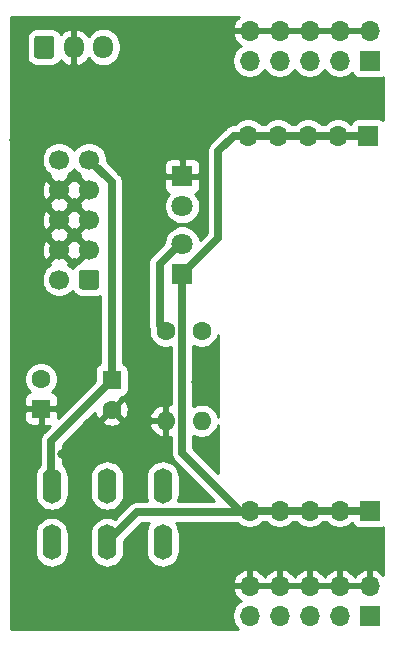
<source format=gbr>
%TF.GenerationSoftware,KiCad,Pcbnew,5.1.9+dfsg1-1~bpo10+1*%
%TF.CreationDate,2022-02-06T15:46:01+08:00*%
%TF.ProjectId,euro2breadboard,6575726f-3262-4726-9561-64626f617264,rev?*%
%TF.SameCoordinates,Original*%
%TF.FileFunction,Copper,L2,Bot*%
%TF.FilePolarity,Positive*%
%FSLAX46Y46*%
G04 Gerber Fmt 4.6, Leading zero omitted, Abs format (unit mm)*
G04 Created by KiCad (PCBNEW 5.1.9+dfsg1-1~bpo10+1) date 2022-02-06 15:46:01*
%MOMM*%
%LPD*%
G01*
G04 APERTURE LIST*
%TA.AperFunction,ComponentPad*%
%ADD10O,1.600000X3.000000*%
%TD*%
%TA.AperFunction,ComponentPad*%
%ADD11C,1.600000*%
%TD*%
%TA.AperFunction,ComponentPad*%
%ADD12R,1.600000X1.600000*%
%TD*%
%TA.AperFunction,ComponentPad*%
%ADD13C,1.700000*%
%TD*%
%TA.AperFunction,ComponentPad*%
%ADD14R,1.700000X1.700000*%
%TD*%
%TA.AperFunction,ComponentPad*%
%ADD15O,1.700000X1.700000*%
%TD*%
%TA.AperFunction,ComponentPad*%
%ADD16O,1.700000X1.950000*%
%TD*%
%TA.AperFunction,ComponentPad*%
%ADD17C,1.800000*%
%TD*%
%TA.AperFunction,ComponentPad*%
%ADD18R,1.800000X1.800000*%
%TD*%
%TA.AperFunction,ComponentPad*%
%ADD19O,1.600000X1.600000*%
%TD*%
%TA.AperFunction,ViaPad*%
%ADD20C,0.800000*%
%TD*%
%TA.AperFunction,Conductor*%
%ADD21C,0.650000*%
%TD*%
%TA.AperFunction,Conductor*%
%ADD22C,0.254000*%
%TD*%
%TA.AperFunction,Conductor*%
%ADD23C,0.100000*%
%TD*%
G04 APERTURE END LIST*
D10*
%TO.P,SW1,2*%
%TO.N,Net-(BB_POWER_PINS1-Pad1)*%
X76200000Y-80425000D03*
%TO.P,SW1,1*%
%TO.N,N/C*%
X80900000Y-80425000D03*
%TO.P,SW1,3*%
%TO.N,+12V*%
X71500000Y-80425000D03*
%TO.P,SW1,5*%
%TO.N,Net-(NEG_12V_LED1-Pad1)*%
X76200000Y-85225000D03*
%TO.P,SW1,4*%
%TO.N,N/C*%
X80900000Y-85225000D03*
%TO.P,SW1,6*%
%TO.N,-12V*%
X71500000Y-85225000D03*
%TD*%
D11*
%TO.P,C1,2*%
%TO.N,GND*%
X76581000Y-74001000D03*
D12*
%TO.P,C1,1*%
%TO.N,+12V*%
X76581000Y-71501000D03*
%TD*%
%TO.P,C2,1*%
%TO.N,GND*%
X70612000Y-73914000D03*
D11*
%TO.P,C2,2*%
%TO.N,-12V*%
X70612000Y-71414000D03*
%TD*%
%TO.P,J2,1*%
%TO.N,-12V*%
%TA.AperFunction,ComponentPad*%
G36*
G01*
X75526000Y-62392000D02*
X75526000Y-63592000D01*
G75*
G02*
X75276000Y-63842000I-250000J0D01*
G01*
X74076000Y-63842000D01*
G75*
G02*
X73826000Y-63592000I0J250000D01*
G01*
X73826000Y-62392000D01*
G75*
G02*
X74076000Y-62142000I250000J0D01*
G01*
X75276000Y-62142000D01*
G75*
G02*
X75526000Y-62392000I0J-250000D01*
G01*
G37*
%TD.AperFunction*%
D13*
%TO.P,J2,3*%
%TO.N,GND*%
X74676000Y-60452000D03*
%TO.P,J2,5*%
X74676000Y-57912000D03*
%TO.P,J2,7*%
X74676000Y-55372000D03*
%TO.P,J2,9*%
%TO.N,+12V*%
X74676000Y-52832000D03*
%TO.P,J2,2*%
%TO.N,-12V*%
X72136000Y-62992000D03*
%TO.P,J2,4*%
%TO.N,GND*%
X72136000Y-60452000D03*
%TO.P,J2,6*%
X72136000Y-57912000D03*
%TO.P,J2,8*%
X72136000Y-55372000D03*
%TO.P,J2,10*%
%TO.N,+12V*%
X72136000Y-52832000D03*
%TD*%
D14*
%TO.P,BB_POWER_PINS1,1*%
%TO.N,Net-(BB_POWER_PINS1-Pad1)*%
X98425000Y-91440000D03*
D15*
%TO.P,BB_POWER_PINS1,2*%
%TO.N,GND*%
X98425000Y-88900000D03*
%TO.P,BB_POWER_PINS1,3*%
%TO.N,Net-(BB_POWER_PINS1-Pad1)*%
X95885000Y-91440000D03*
%TO.P,BB_POWER_PINS1,4*%
%TO.N,GND*%
X95885000Y-88900000D03*
%TO.P,BB_POWER_PINS1,5*%
%TO.N,Net-(BB_POWER_PINS1-Pad1)*%
X93345000Y-91440000D03*
%TO.P,BB_POWER_PINS1,6*%
%TO.N,GND*%
X93345000Y-88900000D03*
%TO.P,BB_POWER_PINS1,7*%
%TO.N,Net-(BB_POWER_PINS1-Pad1)*%
X90805000Y-91440000D03*
%TO.P,BB_POWER_PINS1,8*%
%TO.N,GND*%
X90805000Y-88900000D03*
%TO.P,BB_POWER_PINS1,9*%
%TO.N,Net-(BB_POWER_PINS1-Pad1)*%
X88265000Y-91440000D03*
%TO.P,BB_POWER_PINS1,10*%
%TO.N,GND*%
X88265000Y-88900000D03*
%TD*%
%TO.P,BB_POWER_PINS2,10*%
%TO.N,GND*%
X88265000Y-41910000D03*
%TO.P,BB_POWER_PINS2,9*%
%TO.N,Net-(BB_POWER_PINS1-Pad1)*%
X88265000Y-44450000D03*
%TO.P,BB_POWER_PINS2,8*%
%TO.N,GND*%
X90805000Y-41910000D03*
%TO.P,BB_POWER_PINS2,7*%
%TO.N,Net-(BB_POWER_PINS1-Pad1)*%
X90805000Y-44450000D03*
%TO.P,BB_POWER_PINS2,6*%
%TO.N,GND*%
X93345000Y-41910000D03*
%TO.P,BB_POWER_PINS2,5*%
%TO.N,Net-(BB_POWER_PINS1-Pad1)*%
X93345000Y-44450000D03*
%TO.P,BB_POWER_PINS2,4*%
%TO.N,GND*%
X95885000Y-41910000D03*
%TO.P,BB_POWER_PINS2,3*%
%TO.N,Net-(BB_POWER_PINS1-Pad1)*%
X95885000Y-44450000D03*
%TO.P,BB_POWER_PINS2,2*%
%TO.N,GND*%
X98425000Y-41910000D03*
D14*
%TO.P,BB_POWER_PINS2,1*%
%TO.N,Net-(BB_POWER_PINS1-Pad1)*%
X98425000Y-44450000D03*
%TD*%
%TO.P,J1,1*%
%TO.N,+12V*%
%TA.AperFunction,ComponentPad*%
G36*
G01*
X70016000Y-44032000D02*
X70016000Y-42582000D01*
G75*
G02*
X70266000Y-42332000I250000J0D01*
G01*
X71466000Y-42332000D01*
G75*
G02*
X71716000Y-42582000I0J-250000D01*
G01*
X71716000Y-44032000D01*
G75*
G02*
X71466000Y-44282000I-250000J0D01*
G01*
X70266000Y-44282000D01*
G75*
G02*
X70016000Y-44032000I0J250000D01*
G01*
G37*
%TD.AperFunction*%
D16*
%TO.P,J1,2*%
%TO.N,GND*%
X73366000Y-43307000D03*
%TO.P,J1,3*%
%TO.N,-12V*%
X75866000Y-43307000D03*
%TD*%
D14*
%TO.P,NEG_12V_PINS1,1*%
%TO.N,Net-(NEG_12V_LED1-Pad1)*%
X98298000Y-50800000D03*
D15*
%TO.P,NEG_12V_PINS1,2*%
X95758000Y-50800000D03*
%TO.P,NEG_12V_PINS1,3*%
X93218000Y-50800000D03*
%TO.P,NEG_12V_PINS1,4*%
X90678000Y-50800000D03*
%TO.P,NEG_12V_PINS1,5*%
X88138000Y-50800000D03*
%TD*%
%TO.P,NEG_12V_PINS2,5*%
%TO.N,Net-(NEG_12V_LED1-Pad1)*%
X88265000Y-82550000D03*
%TO.P,NEG_12V_PINS2,4*%
X90805000Y-82550000D03*
%TO.P,NEG_12V_PINS2,3*%
X93345000Y-82550000D03*
%TO.P,NEG_12V_PINS2,2*%
X95885000Y-82550000D03*
D14*
%TO.P,NEG_12V_PINS2,1*%
X98425000Y-82550000D03*
%TD*%
D17*
%TO.P,-12V,2*%
%TO.N,Net-(NEG_12V_LED1-Pad2)*%
X82550000Y-59944000D03*
D18*
%TO.P,-12V,1*%
%TO.N,Net-(NEG_12V_LED1-Pad1)*%
X82550000Y-62484000D03*
%TD*%
%TO.P,+12V,1*%
%TO.N,GND*%
X82550000Y-54229000D03*
D17*
%TO.P,+12V,2*%
%TO.N,Net-(POS_12V_LED1-Pad2)*%
X82550000Y-56769000D03*
%TD*%
D19*
%TO.P,R1,2*%
%TO.N,Net-(BB_POWER_PINS1-Pad1)*%
X84201000Y-74930000D03*
D11*
%TO.P,R1,1*%
%TO.N,Net-(POS_12V_LED1-Pad2)*%
X84201000Y-67310000D03*
%TD*%
%TO.P,R2,1*%
%TO.N,Net-(NEG_12V_LED1-Pad2)*%
X81153000Y-67310000D03*
D19*
%TO.P,R2,2*%
%TO.N,GND*%
X81153000Y-74930000D03*
%TD*%
D20*
%TO.N,GND*%
X79883000Y-43307000D03*
X81534000Y-42545000D03*
X81026000Y-43434000D03*
X84328000Y-43180000D03*
X81153000Y-46228000D03*
X81788000Y-48895000D03*
X82804000Y-47879000D03*
X83947000Y-48006000D03*
X82677000Y-50673000D03*
X80010000Y-51816000D03*
X79375000Y-49657000D03*
X87757000Y-46863000D03*
X87122000Y-47879000D03*
X90170000Y-48006000D03*
X93599000Y-46863000D03*
X93853000Y-47879000D03*
X95885000Y-47625000D03*
X98425000Y-46863000D03*
X98679000Y-48260000D03*
X80899000Y-69723000D03*
X80264000Y-70485000D03*
X81280000Y-72263000D03*
X83693000Y-71628000D03*
X84328000Y-69469000D03*
X74930000Y-76835000D03*
X73787000Y-77851000D03*
X72390000Y-77724000D03*
X77724000Y-88011000D03*
X76835000Y-88900000D03*
X68961000Y-88265000D03*
X71120000Y-88392000D03*
X70866000Y-90043000D03*
X84455000Y-85852000D03*
X83439000Y-87884000D03*
X83185000Y-89281000D03*
X88519000Y-85852000D03*
X89916000Y-86741000D03*
X96393000Y-85598000D03*
X98679000Y-86360000D03*
X97282000Y-86741000D03*
X84582000Y-77851000D03*
X73533000Y-65786000D03*
X73533000Y-66929000D03*
X73533000Y-68326000D03*
X73025000Y-69723000D03*
X70358000Y-53721000D03*
X69342000Y-55118000D03*
X69342000Y-59817000D03*
X69088000Y-62230000D03*
X68326000Y-51181000D03*
X73279000Y-49022000D03*
X73406000Y-49911000D03*
X75184000Y-46863000D03*
%TD*%
D21*
%TO.N,+12V*%
X76581000Y-54737000D02*
X76581000Y-71501000D01*
X74676000Y-52832000D02*
X76581000Y-54737000D01*
X71464999Y-80389999D02*
X71500000Y-80425000D01*
X71464999Y-76617001D02*
X71464999Y-80389999D01*
X76581000Y-71501000D02*
X71464999Y-76617001D01*
%TO.N,Net-(NEG_12V_LED1-Pad2)*%
X82550000Y-59944000D02*
X82344998Y-59944000D01*
X80645000Y-66802000D02*
X81153000Y-67310000D01*
X80645000Y-61643998D02*
X80645000Y-66802000D01*
X82344998Y-59944000D02*
X80645000Y-61643998D01*
%TO.N,Net-(NEG_12V_LED1-Pad1)*%
X85598000Y-52137919D02*
X86935919Y-50800000D01*
X86935919Y-50800000D02*
X98298000Y-50800000D01*
X82550000Y-62484000D02*
X85598000Y-59436000D01*
X85598000Y-59436000D02*
X85598000Y-52137919D01*
X87451814Y-82550000D02*
X88265000Y-82550000D01*
X82550000Y-77648186D02*
X87451814Y-82550000D01*
X82550000Y-62484000D02*
X82550000Y-77648186D01*
X88138000Y-82677000D02*
X88265000Y-82550000D01*
X76200000Y-85225000D02*
X78748000Y-82677000D01*
X78748000Y-82677000D02*
X88138000Y-82677000D01*
X88265000Y-82550000D02*
X98425000Y-82550000D01*
%TD*%
D22*
%TO.N,GND*%
X87264731Y-40812412D02*
X87069822Y-41028645D01*
X86920843Y-41278748D01*
X86823519Y-41553109D01*
X86944186Y-41783000D01*
X88138000Y-41783000D01*
X88138000Y-41763000D01*
X88392000Y-41763000D01*
X88392000Y-41783000D01*
X90678000Y-41783000D01*
X90678000Y-41763000D01*
X90932000Y-41763000D01*
X90932000Y-41783000D01*
X93218000Y-41783000D01*
X93218000Y-41763000D01*
X93472000Y-41763000D01*
X93472000Y-41783000D01*
X95758000Y-41783000D01*
X95758000Y-41763000D01*
X96012000Y-41763000D01*
X96012000Y-41783000D01*
X98298000Y-41783000D01*
X98298000Y-41763000D01*
X98552000Y-41763000D01*
X98552000Y-41783000D01*
X98572000Y-41783000D01*
X98572000Y-42037000D01*
X98552000Y-42037000D01*
X98552000Y-42057000D01*
X98298000Y-42057000D01*
X98298000Y-42037000D01*
X96012000Y-42037000D01*
X96012000Y-42057000D01*
X95758000Y-42057000D01*
X95758000Y-42037000D01*
X93472000Y-42037000D01*
X93472000Y-42057000D01*
X93218000Y-42057000D01*
X93218000Y-42037000D01*
X90932000Y-42037000D01*
X90932000Y-42057000D01*
X90678000Y-42057000D01*
X90678000Y-42037000D01*
X88392000Y-42037000D01*
X88392000Y-42057000D01*
X88138000Y-42057000D01*
X88138000Y-42037000D01*
X86944186Y-42037000D01*
X86823519Y-42266891D01*
X86920843Y-42541252D01*
X87069822Y-42791355D01*
X87264731Y-43007588D01*
X87494406Y-43178900D01*
X87318368Y-43296525D01*
X87111525Y-43503368D01*
X86949010Y-43746589D01*
X86837068Y-44016842D01*
X86780000Y-44303740D01*
X86780000Y-44596260D01*
X86837068Y-44883158D01*
X86949010Y-45153411D01*
X87111525Y-45396632D01*
X87318368Y-45603475D01*
X87561589Y-45765990D01*
X87831842Y-45877932D01*
X88118740Y-45935000D01*
X88411260Y-45935000D01*
X88698158Y-45877932D01*
X88968411Y-45765990D01*
X89211632Y-45603475D01*
X89418475Y-45396632D01*
X89535000Y-45222240D01*
X89651525Y-45396632D01*
X89858368Y-45603475D01*
X90101589Y-45765990D01*
X90371842Y-45877932D01*
X90658740Y-45935000D01*
X90951260Y-45935000D01*
X91238158Y-45877932D01*
X91508411Y-45765990D01*
X91751632Y-45603475D01*
X91958475Y-45396632D01*
X92075000Y-45222240D01*
X92191525Y-45396632D01*
X92398368Y-45603475D01*
X92641589Y-45765990D01*
X92911842Y-45877932D01*
X93198740Y-45935000D01*
X93491260Y-45935000D01*
X93778158Y-45877932D01*
X94048411Y-45765990D01*
X94291632Y-45603475D01*
X94498475Y-45396632D01*
X94615000Y-45222240D01*
X94731525Y-45396632D01*
X94938368Y-45603475D01*
X95181589Y-45765990D01*
X95451842Y-45877932D01*
X95738740Y-45935000D01*
X96031260Y-45935000D01*
X96318158Y-45877932D01*
X96588411Y-45765990D01*
X96831632Y-45603475D01*
X96963487Y-45471620D01*
X96985498Y-45544180D01*
X97044463Y-45654494D01*
X97123815Y-45751185D01*
X97220506Y-45830537D01*
X97330820Y-45889502D01*
X97450518Y-45925812D01*
X97575000Y-45938072D01*
X99275000Y-45938072D01*
X99399482Y-45925812D01*
X99519180Y-45889502D01*
X99568000Y-45863407D01*
X99568000Y-49473222D01*
X99502494Y-49419463D01*
X99392180Y-49360498D01*
X99272482Y-49324188D01*
X99148000Y-49311928D01*
X97448000Y-49311928D01*
X97323518Y-49324188D01*
X97203820Y-49360498D01*
X97093506Y-49419463D01*
X96996815Y-49498815D01*
X96917463Y-49595506D01*
X96858498Y-49705820D01*
X96836487Y-49778380D01*
X96704632Y-49646525D01*
X96461411Y-49484010D01*
X96191158Y-49372068D01*
X95904260Y-49315000D01*
X95611740Y-49315000D01*
X95324842Y-49372068D01*
X95054589Y-49484010D01*
X94811368Y-49646525D01*
X94617893Y-49840000D01*
X94358107Y-49840000D01*
X94164632Y-49646525D01*
X93921411Y-49484010D01*
X93651158Y-49372068D01*
X93364260Y-49315000D01*
X93071740Y-49315000D01*
X92784842Y-49372068D01*
X92514589Y-49484010D01*
X92271368Y-49646525D01*
X92077893Y-49840000D01*
X91818107Y-49840000D01*
X91624632Y-49646525D01*
X91381411Y-49484010D01*
X91111158Y-49372068D01*
X90824260Y-49315000D01*
X90531740Y-49315000D01*
X90244842Y-49372068D01*
X89974589Y-49484010D01*
X89731368Y-49646525D01*
X89537893Y-49840000D01*
X89278107Y-49840000D01*
X89084632Y-49646525D01*
X88841411Y-49484010D01*
X88571158Y-49372068D01*
X88284260Y-49315000D01*
X87991740Y-49315000D01*
X87704842Y-49372068D01*
X87434589Y-49484010D01*
X87191368Y-49646525D01*
X86997893Y-49840000D01*
X86983070Y-49840000D01*
X86935918Y-49835356D01*
X86888766Y-49840000D01*
X86888757Y-49840000D01*
X86747726Y-49853890D01*
X86566765Y-49908784D01*
X86399990Y-49997927D01*
X86302788Y-50077699D01*
X86253812Y-50117893D01*
X86223748Y-50154526D01*
X84952526Y-51425749D01*
X84915894Y-51455812D01*
X84885830Y-51492445D01*
X84885829Y-51492446D01*
X84795927Y-51601991D01*
X84706784Y-51768766D01*
X84651891Y-51949727D01*
X84633356Y-52137919D01*
X84638001Y-52185081D01*
X84638000Y-59038355D01*
X84051576Y-59624780D01*
X84026011Y-59496257D01*
X83910299Y-59216905D01*
X83742312Y-58965495D01*
X83528505Y-58751688D01*
X83277095Y-58583701D01*
X82997743Y-58467989D01*
X82701184Y-58409000D01*
X82398816Y-58409000D01*
X82102257Y-58467989D01*
X81822905Y-58583701D01*
X81571495Y-58751688D01*
X81357688Y-58965495D01*
X81189701Y-59216905D01*
X81073989Y-59496257D01*
X81015000Y-59792816D01*
X81015000Y-59916353D01*
X79999531Y-60931823D01*
X79962893Y-60961891D01*
X79842927Y-61108070D01*
X79753784Y-61274845D01*
X79698890Y-61455806D01*
X79685000Y-61596837D01*
X79685000Y-61596846D01*
X79680356Y-61643998D01*
X79685000Y-61691150D01*
X79685001Y-66754838D01*
X79680356Y-66802000D01*
X79698891Y-66990192D01*
X79731873Y-67098921D01*
X79718000Y-67168665D01*
X79718000Y-67451335D01*
X79773147Y-67728574D01*
X79881320Y-67989727D01*
X80038363Y-68224759D01*
X80238241Y-68424637D01*
X80473273Y-68581680D01*
X80734426Y-68689853D01*
X81011665Y-68745000D01*
X81294335Y-68745000D01*
X81571574Y-68689853D01*
X81590000Y-68682221D01*
X81590001Y-73564776D01*
X81502039Y-73538096D01*
X81280000Y-73660085D01*
X81280000Y-74803000D01*
X81300000Y-74803000D01*
X81300000Y-75057000D01*
X81280000Y-75057000D01*
X81280000Y-76199915D01*
X81502039Y-76321904D01*
X81590001Y-76295224D01*
X81590001Y-77601024D01*
X81585356Y-77648186D01*
X81603891Y-77836378D01*
X81658784Y-78017339D01*
X81747927Y-78184114D01*
X81829128Y-78283057D01*
X81867894Y-78330293D01*
X81904527Y-78360357D01*
X85261169Y-81717000D01*
X82210699Y-81717000D01*
X82232182Y-81676808D01*
X82314236Y-81406309D01*
X82335000Y-81195492D01*
X82335000Y-79654508D01*
X82314236Y-79443691D01*
X82232182Y-79173192D01*
X82098932Y-78923899D01*
X81919608Y-78705392D01*
X81701101Y-78526068D01*
X81451808Y-78392818D01*
X81181309Y-78310764D01*
X80900000Y-78283057D01*
X80618692Y-78310764D01*
X80348193Y-78392818D01*
X80098900Y-78526068D01*
X79880393Y-78705392D01*
X79701069Y-78923899D01*
X79567819Y-79173192D01*
X79485764Y-79443691D01*
X79465000Y-79654508D01*
X79465000Y-81195491D01*
X79485764Y-81406308D01*
X79567818Y-81676807D01*
X79589302Y-81717000D01*
X78795151Y-81717000D01*
X78747999Y-81712356D01*
X78700847Y-81717000D01*
X78700838Y-81717000D01*
X78559807Y-81730890D01*
X78378846Y-81785784D01*
X78212071Y-81874927D01*
X78149716Y-81926101D01*
X78065893Y-81994893D01*
X78035829Y-82031526D01*
X76831788Y-83235568D01*
X76751808Y-83192818D01*
X76481309Y-83110764D01*
X76200000Y-83083057D01*
X75918692Y-83110764D01*
X75648193Y-83192818D01*
X75398900Y-83326068D01*
X75180393Y-83505392D01*
X75001069Y-83723899D01*
X74867819Y-83973192D01*
X74785764Y-84243691D01*
X74765000Y-84454508D01*
X74765000Y-85995491D01*
X74785764Y-86206308D01*
X74867818Y-86476807D01*
X75001068Y-86726100D01*
X75180392Y-86944607D01*
X75398899Y-87123932D01*
X75648192Y-87257182D01*
X75918691Y-87339236D01*
X76200000Y-87366943D01*
X76481308Y-87339236D01*
X76751807Y-87257182D01*
X77001100Y-87123932D01*
X77219607Y-86944608D01*
X77398932Y-86726101D01*
X77532182Y-86476808D01*
X77614236Y-86206309D01*
X77635000Y-85995492D01*
X77635000Y-85147644D01*
X79145645Y-83637000D01*
X79772385Y-83637000D01*
X79701069Y-83723899D01*
X79567819Y-83973192D01*
X79485764Y-84243691D01*
X79465000Y-84454508D01*
X79465000Y-85995491D01*
X79485764Y-86206308D01*
X79567818Y-86476807D01*
X79701068Y-86726100D01*
X79880392Y-86944607D01*
X80098899Y-87123932D01*
X80348192Y-87257182D01*
X80618691Y-87339236D01*
X80900000Y-87366943D01*
X81181308Y-87339236D01*
X81451807Y-87257182D01*
X81701100Y-87123932D01*
X81919607Y-86944608D01*
X82098932Y-86726101D01*
X82232182Y-86476808D01*
X82314236Y-86206309D01*
X82335000Y-85995492D01*
X82335000Y-84454508D01*
X82314236Y-84243691D01*
X82232182Y-83973192D01*
X82098932Y-83723899D01*
X82027616Y-83637000D01*
X87251893Y-83637000D01*
X87318368Y-83703475D01*
X87561589Y-83865990D01*
X87831842Y-83977932D01*
X88118740Y-84035000D01*
X88411260Y-84035000D01*
X88698158Y-83977932D01*
X88968411Y-83865990D01*
X89211632Y-83703475D01*
X89405107Y-83510000D01*
X89664893Y-83510000D01*
X89858368Y-83703475D01*
X90101589Y-83865990D01*
X90371842Y-83977932D01*
X90658740Y-84035000D01*
X90951260Y-84035000D01*
X91238158Y-83977932D01*
X91508411Y-83865990D01*
X91751632Y-83703475D01*
X91945107Y-83510000D01*
X92204893Y-83510000D01*
X92398368Y-83703475D01*
X92641589Y-83865990D01*
X92911842Y-83977932D01*
X93198740Y-84035000D01*
X93491260Y-84035000D01*
X93778158Y-83977932D01*
X94048411Y-83865990D01*
X94291632Y-83703475D01*
X94485107Y-83510000D01*
X94744893Y-83510000D01*
X94938368Y-83703475D01*
X95181589Y-83865990D01*
X95451842Y-83977932D01*
X95738740Y-84035000D01*
X96031260Y-84035000D01*
X96318158Y-83977932D01*
X96588411Y-83865990D01*
X96831632Y-83703475D01*
X96963487Y-83571620D01*
X96985498Y-83644180D01*
X97044463Y-83754494D01*
X97123815Y-83851185D01*
X97220506Y-83930537D01*
X97330820Y-83989502D01*
X97450518Y-84025812D01*
X97575000Y-84038072D01*
X99275000Y-84038072D01*
X99399482Y-84025812D01*
X99519180Y-83989502D01*
X99568000Y-83963407D01*
X99568000Y-87960758D01*
X99425269Y-87802412D01*
X99191920Y-87628359D01*
X98929099Y-87503175D01*
X98781890Y-87458524D01*
X98552000Y-87579845D01*
X98552000Y-88773000D01*
X98572000Y-88773000D01*
X98572000Y-89027000D01*
X98552000Y-89027000D01*
X98552000Y-89047000D01*
X98298000Y-89047000D01*
X98298000Y-89027000D01*
X96012000Y-89027000D01*
X96012000Y-89047000D01*
X95758000Y-89047000D01*
X95758000Y-89027000D01*
X93472000Y-89027000D01*
X93472000Y-89047000D01*
X93218000Y-89047000D01*
X93218000Y-89027000D01*
X90932000Y-89027000D01*
X90932000Y-89047000D01*
X90678000Y-89047000D01*
X90678000Y-89027000D01*
X88392000Y-89027000D01*
X88392000Y-89047000D01*
X88138000Y-89047000D01*
X88138000Y-89027000D01*
X86944186Y-89027000D01*
X86823519Y-89256891D01*
X86920843Y-89531252D01*
X87069822Y-89781355D01*
X87264731Y-89997588D01*
X87494406Y-90168900D01*
X87318368Y-90286525D01*
X87111525Y-90493368D01*
X86949010Y-90736589D01*
X86837068Y-91006842D01*
X86780000Y-91293740D01*
X86780000Y-91586260D01*
X86837068Y-91873158D01*
X86949010Y-92143411D01*
X87111525Y-92386632D01*
X87307893Y-92583000D01*
X68072000Y-92583000D01*
X68072000Y-88543109D01*
X86823519Y-88543109D01*
X86944186Y-88773000D01*
X88138000Y-88773000D01*
X88138000Y-87579845D01*
X88392000Y-87579845D01*
X88392000Y-88773000D01*
X90678000Y-88773000D01*
X90678000Y-87579845D01*
X90932000Y-87579845D01*
X90932000Y-88773000D01*
X93218000Y-88773000D01*
X93218000Y-87579845D01*
X93472000Y-87579845D01*
X93472000Y-88773000D01*
X95758000Y-88773000D01*
X95758000Y-87579845D01*
X96012000Y-87579845D01*
X96012000Y-88773000D01*
X98298000Y-88773000D01*
X98298000Y-87579845D01*
X98068110Y-87458524D01*
X97920901Y-87503175D01*
X97658080Y-87628359D01*
X97424731Y-87802412D01*
X97229822Y-88018645D01*
X97155000Y-88144255D01*
X97080178Y-88018645D01*
X96885269Y-87802412D01*
X96651920Y-87628359D01*
X96389099Y-87503175D01*
X96241890Y-87458524D01*
X96012000Y-87579845D01*
X95758000Y-87579845D01*
X95528110Y-87458524D01*
X95380901Y-87503175D01*
X95118080Y-87628359D01*
X94884731Y-87802412D01*
X94689822Y-88018645D01*
X94615000Y-88144255D01*
X94540178Y-88018645D01*
X94345269Y-87802412D01*
X94111920Y-87628359D01*
X93849099Y-87503175D01*
X93701890Y-87458524D01*
X93472000Y-87579845D01*
X93218000Y-87579845D01*
X92988110Y-87458524D01*
X92840901Y-87503175D01*
X92578080Y-87628359D01*
X92344731Y-87802412D01*
X92149822Y-88018645D01*
X92075000Y-88144255D01*
X92000178Y-88018645D01*
X91805269Y-87802412D01*
X91571920Y-87628359D01*
X91309099Y-87503175D01*
X91161890Y-87458524D01*
X90932000Y-87579845D01*
X90678000Y-87579845D01*
X90448110Y-87458524D01*
X90300901Y-87503175D01*
X90038080Y-87628359D01*
X89804731Y-87802412D01*
X89609822Y-88018645D01*
X89535000Y-88144255D01*
X89460178Y-88018645D01*
X89265269Y-87802412D01*
X89031920Y-87628359D01*
X88769099Y-87503175D01*
X88621890Y-87458524D01*
X88392000Y-87579845D01*
X88138000Y-87579845D01*
X87908110Y-87458524D01*
X87760901Y-87503175D01*
X87498080Y-87628359D01*
X87264731Y-87802412D01*
X87069822Y-88018645D01*
X86920843Y-88268748D01*
X86823519Y-88543109D01*
X68072000Y-88543109D01*
X68072000Y-84454508D01*
X70065000Y-84454508D01*
X70065000Y-85995491D01*
X70085764Y-86206308D01*
X70167818Y-86476807D01*
X70301068Y-86726100D01*
X70480392Y-86944607D01*
X70698899Y-87123932D01*
X70948192Y-87257182D01*
X71218691Y-87339236D01*
X71500000Y-87366943D01*
X71781308Y-87339236D01*
X72051807Y-87257182D01*
X72301100Y-87123932D01*
X72519607Y-86944608D01*
X72698932Y-86726101D01*
X72832182Y-86476808D01*
X72914236Y-86206309D01*
X72935000Y-85995492D01*
X72935000Y-84454508D01*
X72914236Y-84243691D01*
X72832182Y-83973192D01*
X72698932Y-83723899D01*
X72519608Y-83505392D01*
X72301101Y-83326068D01*
X72051808Y-83192818D01*
X71781309Y-83110764D01*
X71500000Y-83083057D01*
X71218692Y-83110764D01*
X70948193Y-83192818D01*
X70698900Y-83326068D01*
X70480393Y-83505392D01*
X70301069Y-83723899D01*
X70167819Y-83973192D01*
X70085764Y-84243691D01*
X70065000Y-84454508D01*
X68072000Y-84454508D01*
X68072000Y-79654508D01*
X70065000Y-79654508D01*
X70065000Y-81195491D01*
X70085764Y-81406308D01*
X70167818Y-81676807D01*
X70301068Y-81926100D01*
X70480392Y-82144607D01*
X70698899Y-82323932D01*
X70948192Y-82457182D01*
X71218691Y-82539236D01*
X71500000Y-82566943D01*
X71781308Y-82539236D01*
X72051807Y-82457182D01*
X72301100Y-82323932D01*
X72519607Y-82144608D01*
X72698932Y-81926101D01*
X72832182Y-81676808D01*
X72914236Y-81406309D01*
X72935000Y-81195492D01*
X72935000Y-79654508D01*
X74765000Y-79654508D01*
X74765000Y-81195491D01*
X74785764Y-81406308D01*
X74867818Y-81676807D01*
X75001068Y-81926100D01*
X75180392Y-82144607D01*
X75398899Y-82323932D01*
X75648192Y-82457182D01*
X75918691Y-82539236D01*
X76200000Y-82566943D01*
X76481308Y-82539236D01*
X76751807Y-82457182D01*
X77001100Y-82323932D01*
X77219607Y-82144608D01*
X77398932Y-81926101D01*
X77532182Y-81676808D01*
X77614236Y-81406309D01*
X77635000Y-81195492D01*
X77635000Y-79654508D01*
X77614236Y-79443691D01*
X77532182Y-79173192D01*
X77398932Y-78923899D01*
X77219608Y-78705392D01*
X77001101Y-78526068D01*
X76751808Y-78392818D01*
X76481309Y-78310764D01*
X76200000Y-78283057D01*
X75918692Y-78310764D01*
X75648193Y-78392818D01*
X75398900Y-78526068D01*
X75180393Y-78705392D01*
X75001069Y-78923899D01*
X74867819Y-79173192D01*
X74785764Y-79443691D01*
X74765000Y-79654508D01*
X72935000Y-79654508D01*
X72914236Y-79443691D01*
X72832182Y-79173192D01*
X72698932Y-78923899D01*
X72519608Y-78705392D01*
X72424999Y-78627748D01*
X72424999Y-77014645D01*
X74445942Y-74993702D01*
X75767903Y-74993702D01*
X75839486Y-75237671D01*
X76094996Y-75358571D01*
X76369184Y-75427300D01*
X76651512Y-75441217D01*
X76931130Y-75399787D01*
X77197292Y-75304603D01*
X77245117Y-75279040D01*
X79761091Y-75279040D01*
X79855930Y-75543881D01*
X80000615Y-75785131D01*
X80189586Y-75993519D01*
X80415580Y-76161037D01*
X80669913Y-76281246D01*
X80803961Y-76321904D01*
X81026000Y-76199915D01*
X81026000Y-75057000D01*
X79882376Y-75057000D01*
X79761091Y-75279040D01*
X77245117Y-75279040D01*
X77322514Y-75237671D01*
X77394097Y-74993702D01*
X76581000Y-74180605D01*
X75767903Y-74993702D01*
X74445942Y-74993702D01*
X75170122Y-74269523D01*
X75182213Y-74351130D01*
X75277397Y-74617292D01*
X75344329Y-74742514D01*
X75588298Y-74814097D01*
X76401395Y-74001000D01*
X76760605Y-74001000D01*
X77573702Y-74814097D01*
X77817671Y-74742514D01*
X77894113Y-74580960D01*
X79761091Y-74580960D01*
X79882376Y-74803000D01*
X81026000Y-74803000D01*
X81026000Y-73660085D01*
X80803961Y-73538096D01*
X80669913Y-73578754D01*
X80415580Y-73698963D01*
X80189586Y-73866481D01*
X80000615Y-74074869D01*
X79855930Y-74316119D01*
X79761091Y-74580960D01*
X77894113Y-74580960D01*
X77938571Y-74487004D01*
X78007300Y-74212816D01*
X78021217Y-73930488D01*
X77979787Y-73650870D01*
X77884603Y-73384708D01*
X77817671Y-73259486D01*
X77573702Y-73187903D01*
X76760605Y-74001000D01*
X76401395Y-74001000D01*
X76387253Y-73986858D01*
X76566858Y-73807253D01*
X76581000Y-73821395D01*
X77394097Y-73008298D01*
X77373785Y-72939072D01*
X77381000Y-72939072D01*
X77505482Y-72926812D01*
X77625180Y-72890502D01*
X77735494Y-72831537D01*
X77832185Y-72752185D01*
X77911537Y-72655494D01*
X77970502Y-72545180D01*
X78006812Y-72425482D01*
X78019072Y-72301000D01*
X78019072Y-70701000D01*
X78006812Y-70576518D01*
X77970502Y-70456820D01*
X77911537Y-70346506D01*
X77832185Y-70249815D01*
X77735494Y-70170463D01*
X77625180Y-70111498D01*
X77541000Y-70085962D01*
X77541000Y-55129000D01*
X81011928Y-55129000D01*
X81024188Y-55253482D01*
X81060498Y-55373180D01*
X81119463Y-55483494D01*
X81198815Y-55580185D01*
X81295506Y-55659537D01*
X81405820Y-55718502D01*
X81424127Y-55724056D01*
X81357688Y-55790495D01*
X81189701Y-56041905D01*
X81073989Y-56321257D01*
X81015000Y-56617816D01*
X81015000Y-56920184D01*
X81073989Y-57216743D01*
X81189701Y-57496095D01*
X81357688Y-57747505D01*
X81571495Y-57961312D01*
X81822905Y-58129299D01*
X82102257Y-58245011D01*
X82398816Y-58304000D01*
X82701184Y-58304000D01*
X82997743Y-58245011D01*
X83277095Y-58129299D01*
X83528505Y-57961312D01*
X83742312Y-57747505D01*
X83910299Y-57496095D01*
X84026011Y-57216743D01*
X84085000Y-56920184D01*
X84085000Y-56617816D01*
X84026011Y-56321257D01*
X83910299Y-56041905D01*
X83742312Y-55790495D01*
X83675873Y-55724056D01*
X83694180Y-55718502D01*
X83804494Y-55659537D01*
X83901185Y-55580185D01*
X83980537Y-55483494D01*
X84039502Y-55373180D01*
X84075812Y-55253482D01*
X84088072Y-55129000D01*
X84085000Y-54514750D01*
X83926250Y-54356000D01*
X82677000Y-54356000D01*
X82677000Y-54376000D01*
X82423000Y-54376000D01*
X82423000Y-54356000D01*
X81173750Y-54356000D01*
X81015000Y-54514750D01*
X81011928Y-55129000D01*
X77541000Y-55129000D01*
X77541000Y-54784160D01*
X77545645Y-54737000D01*
X77541000Y-54689838D01*
X77527110Y-54548807D01*
X77472216Y-54367846D01*
X77445038Y-54317000D01*
X77383073Y-54201071D01*
X77293171Y-54091526D01*
X77263107Y-54054893D01*
X77226474Y-54024829D01*
X76530645Y-53329000D01*
X81011928Y-53329000D01*
X81015000Y-53943250D01*
X81173750Y-54102000D01*
X82423000Y-54102000D01*
X82423000Y-52852750D01*
X82677000Y-52852750D01*
X82677000Y-54102000D01*
X83926250Y-54102000D01*
X84085000Y-53943250D01*
X84088072Y-53329000D01*
X84075812Y-53204518D01*
X84039502Y-53084820D01*
X83980537Y-52974506D01*
X83901185Y-52877815D01*
X83804494Y-52798463D01*
X83694180Y-52739498D01*
X83574482Y-52703188D01*
X83450000Y-52690928D01*
X82835750Y-52694000D01*
X82677000Y-52852750D01*
X82423000Y-52852750D01*
X82264250Y-52694000D01*
X81650000Y-52690928D01*
X81525518Y-52703188D01*
X81405820Y-52739498D01*
X81295506Y-52798463D01*
X81198815Y-52877815D01*
X81119463Y-52974506D01*
X81060498Y-53084820D01*
X81024188Y-53204518D01*
X81011928Y-53329000D01*
X76530645Y-53329000D01*
X76161000Y-52959356D01*
X76161000Y-52685740D01*
X76103932Y-52398842D01*
X75991990Y-52128589D01*
X75829475Y-51885368D01*
X75622632Y-51678525D01*
X75379411Y-51516010D01*
X75109158Y-51404068D01*
X74822260Y-51347000D01*
X74529740Y-51347000D01*
X74242842Y-51404068D01*
X73972589Y-51516010D01*
X73729368Y-51678525D01*
X73522525Y-51885368D01*
X73406000Y-52059760D01*
X73289475Y-51885368D01*
X73082632Y-51678525D01*
X72839411Y-51516010D01*
X72569158Y-51404068D01*
X72282260Y-51347000D01*
X71989740Y-51347000D01*
X71702842Y-51404068D01*
X71432589Y-51516010D01*
X71189368Y-51678525D01*
X70982525Y-51885368D01*
X70820010Y-52128589D01*
X70708068Y-52398842D01*
X70651000Y-52685740D01*
X70651000Y-52978260D01*
X70708068Y-53265158D01*
X70820010Y-53535411D01*
X70982525Y-53778632D01*
X71189368Y-53985475D01*
X71362729Y-54101311D01*
X71287208Y-54343603D01*
X72136000Y-55192395D01*
X72984792Y-54343603D01*
X72909271Y-54101311D01*
X73082632Y-53985475D01*
X73289475Y-53778632D01*
X73406000Y-53604240D01*
X73522525Y-53778632D01*
X73729368Y-53985475D01*
X73902729Y-54101311D01*
X73827208Y-54343603D01*
X74676000Y-55192395D01*
X74690143Y-55178253D01*
X74869748Y-55357858D01*
X74855605Y-55372000D01*
X74869748Y-55386143D01*
X74690143Y-55565748D01*
X74676000Y-55551605D01*
X73827208Y-56400397D01*
X73902514Y-56642000D01*
X73827208Y-56883603D01*
X74676000Y-57732395D01*
X74690143Y-57718253D01*
X74869748Y-57897858D01*
X74855605Y-57912000D01*
X74869748Y-57926143D01*
X74690143Y-58105748D01*
X74676000Y-58091605D01*
X73827208Y-58940397D01*
X73902514Y-59182000D01*
X73827208Y-59423603D01*
X74676000Y-60272395D01*
X74690143Y-60258253D01*
X74869748Y-60437858D01*
X74855605Y-60452000D01*
X74869748Y-60466143D01*
X74690143Y-60645748D01*
X74676000Y-60631605D01*
X73827208Y-61480397D01*
X73845293Y-61538420D01*
X73736150Y-61571528D01*
X73582614Y-61653595D01*
X73448038Y-61764038D01*
X73337595Y-61898614D01*
X73269715Y-62025608D01*
X73082632Y-61838525D01*
X72909271Y-61722689D01*
X72984792Y-61480397D01*
X72136000Y-60631605D01*
X71287208Y-61480397D01*
X71362729Y-61722689D01*
X71189368Y-61838525D01*
X70982525Y-62045368D01*
X70820010Y-62288589D01*
X70708068Y-62558842D01*
X70651000Y-62845740D01*
X70651000Y-63138260D01*
X70708068Y-63425158D01*
X70820010Y-63695411D01*
X70982525Y-63938632D01*
X71189368Y-64145475D01*
X71432589Y-64307990D01*
X71702842Y-64419932D01*
X71989740Y-64477000D01*
X72282260Y-64477000D01*
X72569158Y-64419932D01*
X72839411Y-64307990D01*
X73082632Y-64145475D01*
X73269715Y-63958392D01*
X73337595Y-64085386D01*
X73448038Y-64219962D01*
X73582614Y-64330405D01*
X73736150Y-64412472D01*
X73902746Y-64463008D01*
X74076000Y-64480072D01*
X75276000Y-64480072D01*
X75449254Y-64463008D01*
X75615850Y-64412472D01*
X75621001Y-64409719D01*
X75621001Y-70085962D01*
X75536820Y-70111498D01*
X75426506Y-70170463D01*
X75329815Y-70249815D01*
X75250463Y-70346506D01*
X75191498Y-70456820D01*
X75155188Y-70576518D01*
X75142928Y-70701000D01*
X75142928Y-71581427D01*
X72049836Y-74674520D01*
X72047000Y-74199750D01*
X71888250Y-74041000D01*
X70739000Y-74041000D01*
X70739000Y-75190250D01*
X70897750Y-75349000D01*
X71372520Y-75351836D01*
X70819530Y-75904826D01*
X70782892Y-75934894D01*
X70662926Y-76081073D01*
X70573783Y-76247848D01*
X70518889Y-76428809D01*
X70504999Y-76569840D01*
X70504999Y-76569849D01*
X70500355Y-76617001D01*
X70504999Y-76664153D01*
X70505000Y-78685198D01*
X70480393Y-78705392D01*
X70301069Y-78923899D01*
X70167819Y-79173192D01*
X70085764Y-79443691D01*
X70065000Y-79654508D01*
X68072000Y-79654508D01*
X68072000Y-74714000D01*
X69173928Y-74714000D01*
X69186188Y-74838482D01*
X69222498Y-74958180D01*
X69281463Y-75068494D01*
X69360815Y-75165185D01*
X69457506Y-75244537D01*
X69567820Y-75303502D01*
X69687518Y-75339812D01*
X69812000Y-75352072D01*
X70326250Y-75349000D01*
X70485000Y-75190250D01*
X70485000Y-74041000D01*
X69335750Y-74041000D01*
X69177000Y-74199750D01*
X69173928Y-74714000D01*
X68072000Y-74714000D01*
X68072000Y-73114000D01*
X69173928Y-73114000D01*
X69177000Y-73628250D01*
X69335750Y-73787000D01*
X70485000Y-73787000D01*
X70485000Y-73767000D01*
X70739000Y-73767000D01*
X70739000Y-73787000D01*
X71888250Y-73787000D01*
X72047000Y-73628250D01*
X72050072Y-73114000D01*
X72037812Y-72989518D01*
X72001502Y-72869820D01*
X71942537Y-72759506D01*
X71863185Y-72662815D01*
X71766494Y-72583463D01*
X71656180Y-72524498D01*
X71560057Y-72495339D01*
X71726637Y-72328759D01*
X71883680Y-72093727D01*
X71991853Y-71832574D01*
X72047000Y-71555335D01*
X72047000Y-71272665D01*
X71991853Y-70995426D01*
X71883680Y-70734273D01*
X71726637Y-70499241D01*
X71526759Y-70299363D01*
X71291727Y-70142320D01*
X71030574Y-70034147D01*
X70753335Y-69979000D01*
X70470665Y-69979000D01*
X70193426Y-70034147D01*
X69932273Y-70142320D01*
X69697241Y-70299363D01*
X69497363Y-70499241D01*
X69340320Y-70734273D01*
X69232147Y-70995426D01*
X69177000Y-71272665D01*
X69177000Y-71555335D01*
X69232147Y-71832574D01*
X69340320Y-72093727D01*
X69497363Y-72328759D01*
X69663943Y-72495339D01*
X69567820Y-72524498D01*
X69457506Y-72583463D01*
X69360815Y-72662815D01*
X69281463Y-72759506D01*
X69222498Y-72869820D01*
X69186188Y-72989518D01*
X69173928Y-73114000D01*
X68072000Y-73114000D01*
X68072000Y-60520531D01*
X70645389Y-60520531D01*
X70687401Y-60810019D01*
X70785081Y-61085747D01*
X70858528Y-61223157D01*
X71107603Y-61300792D01*
X71956395Y-60452000D01*
X72315605Y-60452000D01*
X73164397Y-61300792D01*
X73406000Y-61225486D01*
X73647603Y-61300792D01*
X74496395Y-60452000D01*
X73647603Y-59603208D01*
X73406000Y-59678514D01*
X73164397Y-59603208D01*
X72315605Y-60452000D01*
X71956395Y-60452000D01*
X71107603Y-59603208D01*
X70858528Y-59680843D01*
X70732629Y-59944883D01*
X70660661Y-60228411D01*
X70645389Y-60520531D01*
X68072000Y-60520531D01*
X68072000Y-58940397D01*
X71287208Y-58940397D01*
X71362514Y-59182000D01*
X71287208Y-59423603D01*
X72136000Y-60272395D01*
X72984792Y-59423603D01*
X72909486Y-59182000D01*
X72984792Y-58940397D01*
X72136000Y-58091605D01*
X71287208Y-58940397D01*
X68072000Y-58940397D01*
X68072000Y-57980531D01*
X70645389Y-57980531D01*
X70687401Y-58270019D01*
X70785081Y-58545747D01*
X70858528Y-58683157D01*
X71107603Y-58760792D01*
X71956395Y-57912000D01*
X72315605Y-57912000D01*
X73164397Y-58760792D01*
X73406000Y-58685486D01*
X73647603Y-58760792D01*
X74496395Y-57912000D01*
X73647603Y-57063208D01*
X73406000Y-57138514D01*
X73164397Y-57063208D01*
X72315605Y-57912000D01*
X71956395Y-57912000D01*
X71107603Y-57063208D01*
X70858528Y-57140843D01*
X70732629Y-57404883D01*
X70660661Y-57688411D01*
X70645389Y-57980531D01*
X68072000Y-57980531D01*
X68072000Y-56400397D01*
X71287208Y-56400397D01*
X71362514Y-56642000D01*
X71287208Y-56883603D01*
X72136000Y-57732395D01*
X72984792Y-56883603D01*
X72909486Y-56642000D01*
X72984792Y-56400397D01*
X72136000Y-55551605D01*
X71287208Y-56400397D01*
X68072000Y-56400397D01*
X68072000Y-55440531D01*
X70645389Y-55440531D01*
X70687401Y-55730019D01*
X70785081Y-56005747D01*
X70858528Y-56143157D01*
X71107603Y-56220792D01*
X71956395Y-55372000D01*
X72315605Y-55372000D01*
X73164397Y-56220792D01*
X73406000Y-56145486D01*
X73647603Y-56220792D01*
X74496395Y-55372000D01*
X73647603Y-54523208D01*
X73406000Y-54598514D01*
X73164397Y-54523208D01*
X72315605Y-55372000D01*
X71956395Y-55372000D01*
X71107603Y-54523208D01*
X70858528Y-54600843D01*
X70732629Y-54864883D01*
X70660661Y-55148411D01*
X70645389Y-55440531D01*
X68072000Y-55440531D01*
X68072000Y-42582000D01*
X69377928Y-42582000D01*
X69377928Y-44032000D01*
X69394992Y-44205254D01*
X69445528Y-44371850D01*
X69527595Y-44525386D01*
X69638038Y-44659962D01*
X69772614Y-44770405D01*
X69926150Y-44852472D01*
X70092746Y-44903008D01*
X70266000Y-44920072D01*
X71466000Y-44920072D01*
X71639254Y-44903008D01*
X71805850Y-44852472D01*
X71959386Y-44770405D01*
X72093962Y-44659962D01*
X72204405Y-44525386D01*
X72260714Y-44420039D01*
X72276951Y-44441429D01*
X72494807Y-44634496D01*
X72746142Y-44781352D01*
X73009110Y-44873476D01*
X73239000Y-44752155D01*
X73239000Y-43434000D01*
X73219000Y-43434000D01*
X73219000Y-43180000D01*
X73239000Y-43180000D01*
X73239000Y-41861845D01*
X73493000Y-41861845D01*
X73493000Y-43180000D01*
X73513000Y-43180000D01*
X73513000Y-43434000D01*
X73493000Y-43434000D01*
X73493000Y-44752155D01*
X73722890Y-44873476D01*
X73985858Y-44781352D01*
X74237193Y-44634496D01*
X74455049Y-44441429D01*
X74611538Y-44235278D01*
X74625294Y-44261014D01*
X74810866Y-44487134D01*
X75036987Y-44672706D01*
X75294967Y-44810599D01*
X75574890Y-44895513D01*
X75866000Y-44924185D01*
X76157111Y-44895513D01*
X76437034Y-44810599D01*
X76695014Y-44672706D01*
X76921134Y-44487134D01*
X77106706Y-44261014D01*
X77244599Y-44003033D01*
X77329513Y-43723110D01*
X77351000Y-43504949D01*
X77351000Y-43109050D01*
X77329513Y-42890889D01*
X77244599Y-42610966D01*
X77106706Y-42352986D01*
X76921134Y-42126866D01*
X76695013Y-41941294D01*
X76437033Y-41803401D01*
X76157110Y-41718487D01*
X75866000Y-41689815D01*
X75574889Y-41718487D01*
X75294966Y-41803401D01*
X75036986Y-41941294D01*
X74810866Y-42126866D01*
X74625294Y-42352987D01*
X74611538Y-42378722D01*
X74455049Y-42172571D01*
X74237193Y-41979504D01*
X73985858Y-41832648D01*
X73722890Y-41740524D01*
X73493000Y-41861845D01*
X73239000Y-41861845D01*
X73009110Y-41740524D01*
X72746142Y-41832648D01*
X72494807Y-41979504D01*
X72276951Y-42172571D01*
X72260714Y-42193961D01*
X72204405Y-42088614D01*
X72093962Y-41954038D01*
X71959386Y-41843595D01*
X71805850Y-41761528D01*
X71639254Y-41710992D01*
X71466000Y-41693928D01*
X70266000Y-41693928D01*
X70092746Y-41710992D01*
X69926150Y-41761528D01*
X69772614Y-41843595D01*
X69638038Y-41954038D01*
X69527595Y-42088614D01*
X69445528Y-42242150D01*
X69394992Y-42408746D01*
X69377928Y-42582000D01*
X68072000Y-42582000D01*
X68072000Y-40767000D01*
X87325614Y-40767000D01*
X87264731Y-40812412D01*
%TA.AperFunction,Conductor*%
D23*
G36*
X87264731Y-40812412D02*
G01*
X87069822Y-41028645D01*
X86920843Y-41278748D01*
X86823519Y-41553109D01*
X86944186Y-41783000D01*
X88138000Y-41783000D01*
X88138000Y-41763000D01*
X88392000Y-41763000D01*
X88392000Y-41783000D01*
X90678000Y-41783000D01*
X90678000Y-41763000D01*
X90932000Y-41763000D01*
X90932000Y-41783000D01*
X93218000Y-41783000D01*
X93218000Y-41763000D01*
X93472000Y-41763000D01*
X93472000Y-41783000D01*
X95758000Y-41783000D01*
X95758000Y-41763000D01*
X96012000Y-41763000D01*
X96012000Y-41783000D01*
X98298000Y-41783000D01*
X98298000Y-41763000D01*
X98552000Y-41763000D01*
X98552000Y-41783000D01*
X98572000Y-41783000D01*
X98572000Y-42037000D01*
X98552000Y-42037000D01*
X98552000Y-42057000D01*
X98298000Y-42057000D01*
X98298000Y-42037000D01*
X96012000Y-42037000D01*
X96012000Y-42057000D01*
X95758000Y-42057000D01*
X95758000Y-42037000D01*
X93472000Y-42037000D01*
X93472000Y-42057000D01*
X93218000Y-42057000D01*
X93218000Y-42037000D01*
X90932000Y-42037000D01*
X90932000Y-42057000D01*
X90678000Y-42057000D01*
X90678000Y-42037000D01*
X88392000Y-42037000D01*
X88392000Y-42057000D01*
X88138000Y-42057000D01*
X88138000Y-42037000D01*
X86944186Y-42037000D01*
X86823519Y-42266891D01*
X86920843Y-42541252D01*
X87069822Y-42791355D01*
X87264731Y-43007588D01*
X87494406Y-43178900D01*
X87318368Y-43296525D01*
X87111525Y-43503368D01*
X86949010Y-43746589D01*
X86837068Y-44016842D01*
X86780000Y-44303740D01*
X86780000Y-44596260D01*
X86837068Y-44883158D01*
X86949010Y-45153411D01*
X87111525Y-45396632D01*
X87318368Y-45603475D01*
X87561589Y-45765990D01*
X87831842Y-45877932D01*
X88118740Y-45935000D01*
X88411260Y-45935000D01*
X88698158Y-45877932D01*
X88968411Y-45765990D01*
X89211632Y-45603475D01*
X89418475Y-45396632D01*
X89535000Y-45222240D01*
X89651525Y-45396632D01*
X89858368Y-45603475D01*
X90101589Y-45765990D01*
X90371842Y-45877932D01*
X90658740Y-45935000D01*
X90951260Y-45935000D01*
X91238158Y-45877932D01*
X91508411Y-45765990D01*
X91751632Y-45603475D01*
X91958475Y-45396632D01*
X92075000Y-45222240D01*
X92191525Y-45396632D01*
X92398368Y-45603475D01*
X92641589Y-45765990D01*
X92911842Y-45877932D01*
X93198740Y-45935000D01*
X93491260Y-45935000D01*
X93778158Y-45877932D01*
X94048411Y-45765990D01*
X94291632Y-45603475D01*
X94498475Y-45396632D01*
X94615000Y-45222240D01*
X94731525Y-45396632D01*
X94938368Y-45603475D01*
X95181589Y-45765990D01*
X95451842Y-45877932D01*
X95738740Y-45935000D01*
X96031260Y-45935000D01*
X96318158Y-45877932D01*
X96588411Y-45765990D01*
X96831632Y-45603475D01*
X96963487Y-45471620D01*
X96985498Y-45544180D01*
X97044463Y-45654494D01*
X97123815Y-45751185D01*
X97220506Y-45830537D01*
X97330820Y-45889502D01*
X97450518Y-45925812D01*
X97575000Y-45938072D01*
X99275000Y-45938072D01*
X99399482Y-45925812D01*
X99519180Y-45889502D01*
X99568000Y-45863407D01*
X99568000Y-49473222D01*
X99502494Y-49419463D01*
X99392180Y-49360498D01*
X99272482Y-49324188D01*
X99148000Y-49311928D01*
X97448000Y-49311928D01*
X97323518Y-49324188D01*
X97203820Y-49360498D01*
X97093506Y-49419463D01*
X96996815Y-49498815D01*
X96917463Y-49595506D01*
X96858498Y-49705820D01*
X96836487Y-49778380D01*
X96704632Y-49646525D01*
X96461411Y-49484010D01*
X96191158Y-49372068D01*
X95904260Y-49315000D01*
X95611740Y-49315000D01*
X95324842Y-49372068D01*
X95054589Y-49484010D01*
X94811368Y-49646525D01*
X94617893Y-49840000D01*
X94358107Y-49840000D01*
X94164632Y-49646525D01*
X93921411Y-49484010D01*
X93651158Y-49372068D01*
X93364260Y-49315000D01*
X93071740Y-49315000D01*
X92784842Y-49372068D01*
X92514589Y-49484010D01*
X92271368Y-49646525D01*
X92077893Y-49840000D01*
X91818107Y-49840000D01*
X91624632Y-49646525D01*
X91381411Y-49484010D01*
X91111158Y-49372068D01*
X90824260Y-49315000D01*
X90531740Y-49315000D01*
X90244842Y-49372068D01*
X89974589Y-49484010D01*
X89731368Y-49646525D01*
X89537893Y-49840000D01*
X89278107Y-49840000D01*
X89084632Y-49646525D01*
X88841411Y-49484010D01*
X88571158Y-49372068D01*
X88284260Y-49315000D01*
X87991740Y-49315000D01*
X87704842Y-49372068D01*
X87434589Y-49484010D01*
X87191368Y-49646525D01*
X86997893Y-49840000D01*
X86983070Y-49840000D01*
X86935918Y-49835356D01*
X86888766Y-49840000D01*
X86888757Y-49840000D01*
X86747726Y-49853890D01*
X86566765Y-49908784D01*
X86399990Y-49997927D01*
X86302788Y-50077699D01*
X86253812Y-50117893D01*
X86223748Y-50154526D01*
X84952526Y-51425749D01*
X84915894Y-51455812D01*
X84885830Y-51492445D01*
X84885829Y-51492446D01*
X84795927Y-51601991D01*
X84706784Y-51768766D01*
X84651891Y-51949727D01*
X84633356Y-52137919D01*
X84638001Y-52185081D01*
X84638000Y-59038355D01*
X84051576Y-59624780D01*
X84026011Y-59496257D01*
X83910299Y-59216905D01*
X83742312Y-58965495D01*
X83528505Y-58751688D01*
X83277095Y-58583701D01*
X82997743Y-58467989D01*
X82701184Y-58409000D01*
X82398816Y-58409000D01*
X82102257Y-58467989D01*
X81822905Y-58583701D01*
X81571495Y-58751688D01*
X81357688Y-58965495D01*
X81189701Y-59216905D01*
X81073989Y-59496257D01*
X81015000Y-59792816D01*
X81015000Y-59916353D01*
X79999531Y-60931823D01*
X79962893Y-60961891D01*
X79842927Y-61108070D01*
X79753784Y-61274845D01*
X79698890Y-61455806D01*
X79685000Y-61596837D01*
X79685000Y-61596846D01*
X79680356Y-61643998D01*
X79685000Y-61691150D01*
X79685001Y-66754838D01*
X79680356Y-66802000D01*
X79698891Y-66990192D01*
X79731873Y-67098921D01*
X79718000Y-67168665D01*
X79718000Y-67451335D01*
X79773147Y-67728574D01*
X79881320Y-67989727D01*
X80038363Y-68224759D01*
X80238241Y-68424637D01*
X80473273Y-68581680D01*
X80734426Y-68689853D01*
X81011665Y-68745000D01*
X81294335Y-68745000D01*
X81571574Y-68689853D01*
X81590000Y-68682221D01*
X81590001Y-73564776D01*
X81502039Y-73538096D01*
X81280000Y-73660085D01*
X81280000Y-74803000D01*
X81300000Y-74803000D01*
X81300000Y-75057000D01*
X81280000Y-75057000D01*
X81280000Y-76199915D01*
X81502039Y-76321904D01*
X81590001Y-76295224D01*
X81590001Y-77601024D01*
X81585356Y-77648186D01*
X81603891Y-77836378D01*
X81658784Y-78017339D01*
X81747927Y-78184114D01*
X81829128Y-78283057D01*
X81867894Y-78330293D01*
X81904527Y-78360357D01*
X85261169Y-81717000D01*
X82210699Y-81717000D01*
X82232182Y-81676808D01*
X82314236Y-81406309D01*
X82335000Y-81195492D01*
X82335000Y-79654508D01*
X82314236Y-79443691D01*
X82232182Y-79173192D01*
X82098932Y-78923899D01*
X81919608Y-78705392D01*
X81701101Y-78526068D01*
X81451808Y-78392818D01*
X81181309Y-78310764D01*
X80900000Y-78283057D01*
X80618692Y-78310764D01*
X80348193Y-78392818D01*
X80098900Y-78526068D01*
X79880393Y-78705392D01*
X79701069Y-78923899D01*
X79567819Y-79173192D01*
X79485764Y-79443691D01*
X79465000Y-79654508D01*
X79465000Y-81195491D01*
X79485764Y-81406308D01*
X79567818Y-81676807D01*
X79589302Y-81717000D01*
X78795151Y-81717000D01*
X78747999Y-81712356D01*
X78700847Y-81717000D01*
X78700838Y-81717000D01*
X78559807Y-81730890D01*
X78378846Y-81785784D01*
X78212071Y-81874927D01*
X78149716Y-81926101D01*
X78065893Y-81994893D01*
X78035829Y-82031526D01*
X76831788Y-83235568D01*
X76751808Y-83192818D01*
X76481309Y-83110764D01*
X76200000Y-83083057D01*
X75918692Y-83110764D01*
X75648193Y-83192818D01*
X75398900Y-83326068D01*
X75180393Y-83505392D01*
X75001069Y-83723899D01*
X74867819Y-83973192D01*
X74785764Y-84243691D01*
X74765000Y-84454508D01*
X74765000Y-85995491D01*
X74785764Y-86206308D01*
X74867818Y-86476807D01*
X75001068Y-86726100D01*
X75180392Y-86944607D01*
X75398899Y-87123932D01*
X75648192Y-87257182D01*
X75918691Y-87339236D01*
X76200000Y-87366943D01*
X76481308Y-87339236D01*
X76751807Y-87257182D01*
X77001100Y-87123932D01*
X77219607Y-86944608D01*
X77398932Y-86726101D01*
X77532182Y-86476808D01*
X77614236Y-86206309D01*
X77635000Y-85995492D01*
X77635000Y-85147644D01*
X79145645Y-83637000D01*
X79772385Y-83637000D01*
X79701069Y-83723899D01*
X79567819Y-83973192D01*
X79485764Y-84243691D01*
X79465000Y-84454508D01*
X79465000Y-85995491D01*
X79485764Y-86206308D01*
X79567818Y-86476807D01*
X79701068Y-86726100D01*
X79880392Y-86944607D01*
X80098899Y-87123932D01*
X80348192Y-87257182D01*
X80618691Y-87339236D01*
X80900000Y-87366943D01*
X81181308Y-87339236D01*
X81451807Y-87257182D01*
X81701100Y-87123932D01*
X81919607Y-86944608D01*
X82098932Y-86726101D01*
X82232182Y-86476808D01*
X82314236Y-86206309D01*
X82335000Y-85995492D01*
X82335000Y-84454508D01*
X82314236Y-84243691D01*
X82232182Y-83973192D01*
X82098932Y-83723899D01*
X82027616Y-83637000D01*
X87251893Y-83637000D01*
X87318368Y-83703475D01*
X87561589Y-83865990D01*
X87831842Y-83977932D01*
X88118740Y-84035000D01*
X88411260Y-84035000D01*
X88698158Y-83977932D01*
X88968411Y-83865990D01*
X89211632Y-83703475D01*
X89405107Y-83510000D01*
X89664893Y-83510000D01*
X89858368Y-83703475D01*
X90101589Y-83865990D01*
X90371842Y-83977932D01*
X90658740Y-84035000D01*
X90951260Y-84035000D01*
X91238158Y-83977932D01*
X91508411Y-83865990D01*
X91751632Y-83703475D01*
X91945107Y-83510000D01*
X92204893Y-83510000D01*
X92398368Y-83703475D01*
X92641589Y-83865990D01*
X92911842Y-83977932D01*
X93198740Y-84035000D01*
X93491260Y-84035000D01*
X93778158Y-83977932D01*
X94048411Y-83865990D01*
X94291632Y-83703475D01*
X94485107Y-83510000D01*
X94744893Y-83510000D01*
X94938368Y-83703475D01*
X95181589Y-83865990D01*
X95451842Y-83977932D01*
X95738740Y-84035000D01*
X96031260Y-84035000D01*
X96318158Y-83977932D01*
X96588411Y-83865990D01*
X96831632Y-83703475D01*
X96963487Y-83571620D01*
X96985498Y-83644180D01*
X97044463Y-83754494D01*
X97123815Y-83851185D01*
X97220506Y-83930537D01*
X97330820Y-83989502D01*
X97450518Y-84025812D01*
X97575000Y-84038072D01*
X99275000Y-84038072D01*
X99399482Y-84025812D01*
X99519180Y-83989502D01*
X99568000Y-83963407D01*
X99568000Y-87960758D01*
X99425269Y-87802412D01*
X99191920Y-87628359D01*
X98929099Y-87503175D01*
X98781890Y-87458524D01*
X98552000Y-87579845D01*
X98552000Y-88773000D01*
X98572000Y-88773000D01*
X98572000Y-89027000D01*
X98552000Y-89027000D01*
X98552000Y-89047000D01*
X98298000Y-89047000D01*
X98298000Y-89027000D01*
X96012000Y-89027000D01*
X96012000Y-89047000D01*
X95758000Y-89047000D01*
X95758000Y-89027000D01*
X93472000Y-89027000D01*
X93472000Y-89047000D01*
X93218000Y-89047000D01*
X93218000Y-89027000D01*
X90932000Y-89027000D01*
X90932000Y-89047000D01*
X90678000Y-89047000D01*
X90678000Y-89027000D01*
X88392000Y-89027000D01*
X88392000Y-89047000D01*
X88138000Y-89047000D01*
X88138000Y-89027000D01*
X86944186Y-89027000D01*
X86823519Y-89256891D01*
X86920843Y-89531252D01*
X87069822Y-89781355D01*
X87264731Y-89997588D01*
X87494406Y-90168900D01*
X87318368Y-90286525D01*
X87111525Y-90493368D01*
X86949010Y-90736589D01*
X86837068Y-91006842D01*
X86780000Y-91293740D01*
X86780000Y-91586260D01*
X86837068Y-91873158D01*
X86949010Y-92143411D01*
X87111525Y-92386632D01*
X87307893Y-92583000D01*
X68072000Y-92583000D01*
X68072000Y-88543109D01*
X86823519Y-88543109D01*
X86944186Y-88773000D01*
X88138000Y-88773000D01*
X88138000Y-87579845D01*
X88392000Y-87579845D01*
X88392000Y-88773000D01*
X90678000Y-88773000D01*
X90678000Y-87579845D01*
X90932000Y-87579845D01*
X90932000Y-88773000D01*
X93218000Y-88773000D01*
X93218000Y-87579845D01*
X93472000Y-87579845D01*
X93472000Y-88773000D01*
X95758000Y-88773000D01*
X95758000Y-87579845D01*
X96012000Y-87579845D01*
X96012000Y-88773000D01*
X98298000Y-88773000D01*
X98298000Y-87579845D01*
X98068110Y-87458524D01*
X97920901Y-87503175D01*
X97658080Y-87628359D01*
X97424731Y-87802412D01*
X97229822Y-88018645D01*
X97155000Y-88144255D01*
X97080178Y-88018645D01*
X96885269Y-87802412D01*
X96651920Y-87628359D01*
X96389099Y-87503175D01*
X96241890Y-87458524D01*
X96012000Y-87579845D01*
X95758000Y-87579845D01*
X95528110Y-87458524D01*
X95380901Y-87503175D01*
X95118080Y-87628359D01*
X94884731Y-87802412D01*
X94689822Y-88018645D01*
X94615000Y-88144255D01*
X94540178Y-88018645D01*
X94345269Y-87802412D01*
X94111920Y-87628359D01*
X93849099Y-87503175D01*
X93701890Y-87458524D01*
X93472000Y-87579845D01*
X93218000Y-87579845D01*
X92988110Y-87458524D01*
X92840901Y-87503175D01*
X92578080Y-87628359D01*
X92344731Y-87802412D01*
X92149822Y-88018645D01*
X92075000Y-88144255D01*
X92000178Y-88018645D01*
X91805269Y-87802412D01*
X91571920Y-87628359D01*
X91309099Y-87503175D01*
X91161890Y-87458524D01*
X90932000Y-87579845D01*
X90678000Y-87579845D01*
X90448110Y-87458524D01*
X90300901Y-87503175D01*
X90038080Y-87628359D01*
X89804731Y-87802412D01*
X89609822Y-88018645D01*
X89535000Y-88144255D01*
X89460178Y-88018645D01*
X89265269Y-87802412D01*
X89031920Y-87628359D01*
X88769099Y-87503175D01*
X88621890Y-87458524D01*
X88392000Y-87579845D01*
X88138000Y-87579845D01*
X87908110Y-87458524D01*
X87760901Y-87503175D01*
X87498080Y-87628359D01*
X87264731Y-87802412D01*
X87069822Y-88018645D01*
X86920843Y-88268748D01*
X86823519Y-88543109D01*
X68072000Y-88543109D01*
X68072000Y-84454508D01*
X70065000Y-84454508D01*
X70065000Y-85995491D01*
X70085764Y-86206308D01*
X70167818Y-86476807D01*
X70301068Y-86726100D01*
X70480392Y-86944607D01*
X70698899Y-87123932D01*
X70948192Y-87257182D01*
X71218691Y-87339236D01*
X71500000Y-87366943D01*
X71781308Y-87339236D01*
X72051807Y-87257182D01*
X72301100Y-87123932D01*
X72519607Y-86944608D01*
X72698932Y-86726101D01*
X72832182Y-86476808D01*
X72914236Y-86206309D01*
X72935000Y-85995492D01*
X72935000Y-84454508D01*
X72914236Y-84243691D01*
X72832182Y-83973192D01*
X72698932Y-83723899D01*
X72519608Y-83505392D01*
X72301101Y-83326068D01*
X72051808Y-83192818D01*
X71781309Y-83110764D01*
X71500000Y-83083057D01*
X71218692Y-83110764D01*
X70948193Y-83192818D01*
X70698900Y-83326068D01*
X70480393Y-83505392D01*
X70301069Y-83723899D01*
X70167819Y-83973192D01*
X70085764Y-84243691D01*
X70065000Y-84454508D01*
X68072000Y-84454508D01*
X68072000Y-79654508D01*
X70065000Y-79654508D01*
X70065000Y-81195491D01*
X70085764Y-81406308D01*
X70167818Y-81676807D01*
X70301068Y-81926100D01*
X70480392Y-82144607D01*
X70698899Y-82323932D01*
X70948192Y-82457182D01*
X71218691Y-82539236D01*
X71500000Y-82566943D01*
X71781308Y-82539236D01*
X72051807Y-82457182D01*
X72301100Y-82323932D01*
X72519607Y-82144608D01*
X72698932Y-81926101D01*
X72832182Y-81676808D01*
X72914236Y-81406309D01*
X72935000Y-81195492D01*
X72935000Y-79654508D01*
X74765000Y-79654508D01*
X74765000Y-81195491D01*
X74785764Y-81406308D01*
X74867818Y-81676807D01*
X75001068Y-81926100D01*
X75180392Y-82144607D01*
X75398899Y-82323932D01*
X75648192Y-82457182D01*
X75918691Y-82539236D01*
X76200000Y-82566943D01*
X76481308Y-82539236D01*
X76751807Y-82457182D01*
X77001100Y-82323932D01*
X77219607Y-82144608D01*
X77398932Y-81926101D01*
X77532182Y-81676808D01*
X77614236Y-81406309D01*
X77635000Y-81195492D01*
X77635000Y-79654508D01*
X77614236Y-79443691D01*
X77532182Y-79173192D01*
X77398932Y-78923899D01*
X77219608Y-78705392D01*
X77001101Y-78526068D01*
X76751808Y-78392818D01*
X76481309Y-78310764D01*
X76200000Y-78283057D01*
X75918692Y-78310764D01*
X75648193Y-78392818D01*
X75398900Y-78526068D01*
X75180393Y-78705392D01*
X75001069Y-78923899D01*
X74867819Y-79173192D01*
X74785764Y-79443691D01*
X74765000Y-79654508D01*
X72935000Y-79654508D01*
X72914236Y-79443691D01*
X72832182Y-79173192D01*
X72698932Y-78923899D01*
X72519608Y-78705392D01*
X72424999Y-78627748D01*
X72424999Y-77014645D01*
X74445942Y-74993702D01*
X75767903Y-74993702D01*
X75839486Y-75237671D01*
X76094996Y-75358571D01*
X76369184Y-75427300D01*
X76651512Y-75441217D01*
X76931130Y-75399787D01*
X77197292Y-75304603D01*
X77245117Y-75279040D01*
X79761091Y-75279040D01*
X79855930Y-75543881D01*
X80000615Y-75785131D01*
X80189586Y-75993519D01*
X80415580Y-76161037D01*
X80669913Y-76281246D01*
X80803961Y-76321904D01*
X81026000Y-76199915D01*
X81026000Y-75057000D01*
X79882376Y-75057000D01*
X79761091Y-75279040D01*
X77245117Y-75279040D01*
X77322514Y-75237671D01*
X77394097Y-74993702D01*
X76581000Y-74180605D01*
X75767903Y-74993702D01*
X74445942Y-74993702D01*
X75170122Y-74269523D01*
X75182213Y-74351130D01*
X75277397Y-74617292D01*
X75344329Y-74742514D01*
X75588298Y-74814097D01*
X76401395Y-74001000D01*
X76760605Y-74001000D01*
X77573702Y-74814097D01*
X77817671Y-74742514D01*
X77894113Y-74580960D01*
X79761091Y-74580960D01*
X79882376Y-74803000D01*
X81026000Y-74803000D01*
X81026000Y-73660085D01*
X80803961Y-73538096D01*
X80669913Y-73578754D01*
X80415580Y-73698963D01*
X80189586Y-73866481D01*
X80000615Y-74074869D01*
X79855930Y-74316119D01*
X79761091Y-74580960D01*
X77894113Y-74580960D01*
X77938571Y-74487004D01*
X78007300Y-74212816D01*
X78021217Y-73930488D01*
X77979787Y-73650870D01*
X77884603Y-73384708D01*
X77817671Y-73259486D01*
X77573702Y-73187903D01*
X76760605Y-74001000D01*
X76401395Y-74001000D01*
X76387253Y-73986858D01*
X76566858Y-73807253D01*
X76581000Y-73821395D01*
X77394097Y-73008298D01*
X77373785Y-72939072D01*
X77381000Y-72939072D01*
X77505482Y-72926812D01*
X77625180Y-72890502D01*
X77735494Y-72831537D01*
X77832185Y-72752185D01*
X77911537Y-72655494D01*
X77970502Y-72545180D01*
X78006812Y-72425482D01*
X78019072Y-72301000D01*
X78019072Y-70701000D01*
X78006812Y-70576518D01*
X77970502Y-70456820D01*
X77911537Y-70346506D01*
X77832185Y-70249815D01*
X77735494Y-70170463D01*
X77625180Y-70111498D01*
X77541000Y-70085962D01*
X77541000Y-55129000D01*
X81011928Y-55129000D01*
X81024188Y-55253482D01*
X81060498Y-55373180D01*
X81119463Y-55483494D01*
X81198815Y-55580185D01*
X81295506Y-55659537D01*
X81405820Y-55718502D01*
X81424127Y-55724056D01*
X81357688Y-55790495D01*
X81189701Y-56041905D01*
X81073989Y-56321257D01*
X81015000Y-56617816D01*
X81015000Y-56920184D01*
X81073989Y-57216743D01*
X81189701Y-57496095D01*
X81357688Y-57747505D01*
X81571495Y-57961312D01*
X81822905Y-58129299D01*
X82102257Y-58245011D01*
X82398816Y-58304000D01*
X82701184Y-58304000D01*
X82997743Y-58245011D01*
X83277095Y-58129299D01*
X83528505Y-57961312D01*
X83742312Y-57747505D01*
X83910299Y-57496095D01*
X84026011Y-57216743D01*
X84085000Y-56920184D01*
X84085000Y-56617816D01*
X84026011Y-56321257D01*
X83910299Y-56041905D01*
X83742312Y-55790495D01*
X83675873Y-55724056D01*
X83694180Y-55718502D01*
X83804494Y-55659537D01*
X83901185Y-55580185D01*
X83980537Y-55483494D01*
X84039502Y-55373180D01*
X84075812Y-55253482D01*
X84088072Y-55129000D01*
X84085000Y-54514750D01*
X83926250Y-54356000D01*
X82677000Y-54356000D01*
X82677000Y-54376000D01*
X82423000Y-54376000D01*
X82423000Y-54356000D01*
X81173750Y-54356000D01*
X81015000Y-54514750D01*
X81011928Y-55129000D01*
X77541000Y-55129000D01*
X77541000Y-54784160D01*
X77545645Y-54737000D01*
X77541000Y-54689838D01*
X77527110Y-54548807D01*
X77472216Y-54367846D01*
X77445038Y-54317000D01*
X77383073Y-54201071D01*
X77293171Y-54091526D01*
X77263107Y-54054893D01*
X77226474Y-54024829D01*
X76530645Y-53329000D01*
X81011928Y-53329000D01*
X81015000Y-53943250D01*
X81173750Y-54102000D01*
X82423000Y-54102000D01*
X82423000Y-52852750D01*
X82677000Y-52852750D01*
X82677000Y-54102000D01*
X83926250Y-54102000D01*
X84085000Y-53943250D01*
X84088072Y-53329000D01*
X84075812Y-53204518D01*
X84039502Y-53084820D01*
X83980537Y-52974506D01*
X83901185Y-52877815D01*
X83804494Y-52798463D01*
X83694180Y-52739498D01*
X83574482Y-52703188D01*
X83450000Y-52690928D01*
X82835750Y-52694000D01*
X82677000Y-52852750D01*
X82423000Y-52852750D01*
X82264250Y-52694000D01*
X81650000Y-52690928D01*
X81525518Y-52703188D01*
X81405820Y-52739498D01*
X81295506Y-52798463D01*
X81198815Y-52877815D01*
X81119463Y-52974506D01*
X81060498Y-53084820D01*
X81024188Y-53204518D01*
X81011928Y-53329000D01*
X76530645Y-53329000D01*
X76161000Y-52959356D01*
X76161000Y-52685740D01*
X76103932Y-52398842D01*
X75991990Y-52128589D01*
X75829475Y-51885368D01*
X75622632Y-51678525D01*
X75379411Y-51516010D01*
X75109158Y-51404068D01*
X74822260Y-51347000D01*
X74529740Y-51347000D01*
X74242842Y-51404068D01*
X73972589Y-51516010D01*
X73729368Y-51678525D01*
X73522525Y-51885368D01*
X73406000Y-52059760D01*
X73289475Y-51885368D01*
X73082632Y-51678525D01*
X72839411Y-51516010D01*
X72569158Y-51404068D01*
X72282260Y-51347000D01*
X71989740Y-51347000D01*
X71702842Y-51404068D01*
X71432589Y-51516010D01*
X71189368Y-51678525D01*
X70982525Y-51885368D01*
X70820010Y-52128589D01*
X70708068Y-52398842D01*
X70651000Y-52685740D01*
X70651000Y-52978260D01*
X70708068Y-53265158D01*
X70820010Y-53535411D01*
X70982525Y-53778632D01*
X71189368Y-53985475D01*
X71362729Y-54101311D01*
X71287208Y-54343603D01*
X72136000Y-55192395D01*
X72984792Y-54343603D01*
X72909271Y-54101311D01*
X73082632Y-53985475D01*
X73289475Y-53778632D01*
X73406000Y-53604240D01*
X73522525Y-53778632D01*
X73729368Y-53985475D01*
X73902729Y-54101311D01*
X73827208Y-54343603D01*
X74676000Y-55192395D01*
X74690143Y-55178253D01*
X74869748Y-55357858D01*
X74855605Y-55372000D01*
X74869748Y-55386143D01*
X74690143Y-55565748D01*
X74676000Y-55551605D01*
X73827208Y-56400397D01*
X73902514Y-56642000D01*
X73827208Y-56883603D01*
X74676000Y-57732395D01*
X74690143Y-57718253D01*
X74869748Y-57897858D01*
X74855605Y-57912000D01*
X74869748Y-57926143D01*
X74690143Y-58105748D01*
X74676000Y-58091605D01*
X73827208Y-58940397D01*
X73902514Y-59182000D01*
X73827208Y-59423603D01*
X74676000Y-60272395D01*
X74690143Y-60258253D01*
X74869748Y-60437858D01*
X74855605Y-60452000D01*
X74869748Y-60466143D01*
X74690143Y-60645748D01*
X74676000Y-60631605D01*
X73827208Y-61480397D01*
X73845293Y-61538420D01*
X73736150Y-61571528D01*
X73582614Y-61653595D01*
X73448038Y-61764038D01*
X73337595Y-61898614D01*
X73269715Y-62025608D01*
X73082632Y-61838525D01*
X72909271Y-61722689D01*
X72984792Y-61480397D01*
X72136000Y-60631605D01*
X71287208Y-61480397D01*
X71362729Y-61722689D01*
X71189368Y-61838525D01*
X70982525Y-62045368D01*
X70820010Y-62288589D01*
X70708068Y-62558842D01*
X70651000Y-62845740D01*
X70651000Y-63138260D01*
X70708068Y-63425158D01*
X70820010Y-63695411D01*
X70982525Y-63938632D01*
X71189368Y-64145475D01*
X71432589Y-64307990D01*
X71702842Y-64419932D01*
X71989740Y-64477000D01*
X72282260Y-64477000D01*
X72569158Y-64419932D01*
X72839411Y-64307990D01*
X73082632Y-64145475D01*
X73269715Y-63958392D01*
X73337595Y-64085386D01*
X73448038Y-64219962D01*
X73582614Y-64330405D01*
X73736150Y-64412472D01*
X73902746Y-64463008D01*
X74076000Y-64480072D01*
X75276000Y-64480072D01*
X75449254Y-64463008D01*
X75615850Y-64412472D01*
X75621001Y-64409719D01*
X75621001Y-70085962D01*
X75536820Y-70111498D01*
X75426506Y-70170463D01*
X75329815Y-70249815D01*
X75250463Y-70346506D01*
X75191498Y-70456820D01*
X75155188Y-70576518D01*
X75142928Y-70701000D01*
X75142928Y-71581427D01*
X72049836Y-74674520D01*
X72047000Y-74199750D01*
X71888250Y-74041000D01*
X70739000Y-74041000D01*
X70739000Y-75190250D01*
X70897750Y-75349000D01*
X71372520Y-75351836D01*
X70819530Y-75904826D01*
X70782892Y-75934894D01*
X70662926Y-76081073D01*
X70573783Y-76247848D01*
X70518889Y-76428809D01*
X70504999Y-76569840D01*
X70504999Y-76569849D01*
X70500355Y-76617001D01*
X70504999Y-76664153D01*
X70505000Y-78685198D01*
X70480393Y-78705392D01*
X70301069Y-78923899D01*
X70167819Y-79173192D01*
X70085764Y-79443691D01*
X70065000Y-79654508D01*
X68072000Y-79654508D01*
X68072000Y-74714000D01*
X69173928Y-74714000D01*
X69186188Y-74838482D01*
X69222498Y-74958180D01*
X69281463Y-75068494D01*
X69360815Y-75165185D01*
X69457506Y-75244537D01*
X69567820Y-75303502D01*
X69687518Y-75339812D01*
X69812000Y-75352072D01*
X70326250Y-75349000D01*
X70485000Y-75190250D01*
X70485000Y-74041000D01*
X69335750Y-74041000D01*
X69177000Y-74199750D01*
X69173928Y-74714000D01*
X68072000Y-74714000D01*
X68072000Y-73114000D01*
X69173928Y-73114000D01*
X69177000Y-73628250D01*
X69335750Y-73787000D01*
X70485000Y-73787000D01*
X70485000Y-73767000D01*
X70739000Y-73767000D01*
X70739000Y-73787000D01*
X71888250Y-73787000D01*
X72047000Y-73628250D01*
X72050072Y-73114000D01*
X72037812Y-72989518D01*
X72001502Y-72869820D01*
X71942537Y-72759506D01*
X71863185Y-72662815D01*
X71766494Y-72583463D01*
X71656180Y-72524498D01*
X71560057Y-72495339D01*
X71726637Y-72328759D01*
X71883680Y-72093727D01*
X71991853Y-71832574D01*
X72047000Y-71555335D01*
X72047000Y-71272665D01*
X71991853Y-70995426D01*
X71883680Y-70734273D01*
X71726637Y-70499241D01*
X71526759Y-70299363D01*
X71291727Y-70142320D01*
X71030574Y-70034147D01*
X70753335Y-69979000D01*
X70470665Y-69979000D01*
X70193426Y-70034147D01*
X69932273Y-70142320D01*
X69697241Y-70299363D01*
X69497363Y-70499241D01*
X69340320Y-70734273D01*
X69232147Y-70995426D01*
X69177000Y-71272665D01*
X69177000Y-71555335D01*
X69232147Y-71832574D01*
X69340320Y-72093727D01*
X69497363Y-72328759D01*
X69663943Y-72495339D01*
X69567820Y-72524498D01*
X69457506Y-72583463D01*
X69360815Y-72662815D01*
X69281463Y-72759506D01*
X69222498Y-72869820D01*
X69186188Y-72989518D01*
X69173928Y-73114000D01*
X68072000Y-73114000D01*
X68072000Y-60520531D01*
X70645389Y-60520531D01*
X70687401Y-60810019D01*
X70785081Y-61085747D01*
X70858528Y-61223157D01*
X71107603Y-61300792D01*
X71956395Y-60452000D01*
X72315605Y-60452000D01*
X73164397Y-61300792D01*
X73406000Y-61225486D01*
X73647603Y-61300792D01*
X74496395Y-60452000D01*
X73647603Y-59603208D01*
X73406000Y-59678514D01*
X73164397Y-59603208D01*
X72315605Y-60452000D01*
X71956395Y-60452000D01*
X71107603Y-59603208D01*
X70858528Y-59680843D01*
X70732629Y-59944883D01*
X70660661Y-60228411D01*
X70645389Y-60520531D01*
X68072000Y-60520531D01*
X68072000Y-58940397D01*
X71287208Y-58940397D01*
X71362514Y-59182000D01*
X71287208Y-59423603D01*
X72136000Y-60272395D01*
X72984792Y-59423603D01*
X72909486Y-59182000D01*
X72984792Y-58940397D01*
X72136000Y-58091605D01*
X71287208Y-58940397D01*
X68072000Y-58940397D01*
X68072000Y-57980531D01*
X70645389Y-57980531D01*
X70687401Y-58270019D01*
X70785081Y-58545747D01*
X70858528Y-58683157D01*
X71107603Y-58760792D01*
X71956395Y-57912000D01*
X72315605Y-57912000D01*
X73164397Y-58760792D01*
X73406000Y-58685486D01*
X73647603Y-58760792D01*
X74496395Y-57912000D01*
X73647603Y-57063208D01*
X73406000Y-57138514D01*
X73164397Y-57063208D01*
X72315605Y-57912000D01*
X71956395Y-57912000D01*
X71107603Y-57063208D01*
X70858528Y-57140843D01*
X70732629Y-57404883D01*
X70660661Y-57688411D01*
X70645389Y-57980531D01*
X68072000Y-57980531D01*
X68072000Y-56400397D01*
X71287208Y-56400397D01*
X71362514Y-56642000D01*
X71287208Y-56883603D01*
X72136000Y-57732395D01*
X72984792Y-56883603D01*
X72909486Y-56642000D01*
X72984792Y-56400397D01*
X72136000Y-55551605D01*
X71287208Y-56400397D01*
X68072000Y-56400397D01*
X68072000Y-55440531D01*
X70645389Y-55440531D01*
X70687401Y-55730019D01*
X70785081Y-56005747D01*
X70858528Y-56143157D01*
X71107603Y-56220792D01*
X71956395Y-55372000D01*
X72315605Y-55372000D01*
X73164397Y-56220792D01*
X73406000Y-56145486D01*
X73647603Y-56220792D01*
X74496395Y-55372000D01*
X73647603Y-54523208D01*
X73406000Y-54598514D01*
X73164397Y-54523208D01*
X72315605Y-55372000D01*
X71956395Y-55372000D01*
X71107603Y-54523208D01*
X70858528Y-54600843D01*
X70732629Y-54864883D01*
X70660661Y-55148411D01*
X70645389Y-55440531D01*
X68072000Y-55440531D01*
X68072000Y-42582000D01*
X69377928Y-42582000D01*
X69377928Y-44032000D01*
X69394992Y-44205254D01*
X69445528Y-44371850D01*
X69527595Y-44525386D01*
X69638038Y-44659962D01*
X69772614Y-44770405D01*
X69926150Y-44852472D01*
X70092746Y-44903008D01*
X70266000Y-44920072D01*
X71466000Y-44920072D01*
X71639254Y-44903008D01*
X71805850Y-44852472D01*
X71959386Y-44770405D01*
X72093962Y-44659962D01*
X72204405Y-44525386D01*
X72260714Y-44420039D01*
X72276951Y-44441429D01*
X72494807Y-44634496D01*
X72746142Y-44781352D01*
X73009110Y-44873476D01*
X73239000Y-44752155D01*
X73239000Y-43434000D01*
X73219000Y-43434000D01*
X73219000Y-43180000D01*
X73239000Y-43180000D01*
X73239000Y-41861845D01*
X73493000Y-41861845D01*
X73493000Y-43180000D01*
X73513000Y-43180000D01*
X73513000Y-43434000D01*
X73493000Y-43434000D01*
X73493000Y-44752155D01*
X73722890Y-44873476D01*
X73985858Y-44781352D01*
X74237193Y-44634496D01*
X74455049Y-44441429D01*
X74611538Y-44235278D01*
X74625294Y-44261014D01*
X74810866Y-44487134D01*
X75036987Y-44672706D01*
X75294967Y-44810599D01*
X75574890Y-44895513D01*
X75866000Y-44924185D01*
X76157111Y-44895513D01*
X76437034Y-44810599D01*
X76695014Y-44672706D01*
X76921134Y-44487134D01*
X77106706Y-44261014D01*
X77244599Y-44003033D01*
X77329513Y-43723110D01*
X77351000Y-43504949D01*
X77351000Y-43109050D01*
X77329513Y-42890889D01*
X77244599Y-42610966D01*
X77106706Y-42352986D01*
X76921134Y-42126866D01*
X76695013Y-41941294D01*
X76437033Y-41803401D01*
X76157110Y-41718487D01*
X75866000Y-41689815D01*
X75574889Y-41718487D01*
X75294966Y-41803401D01*
X75036986Y-41941294D01*
X74810866Y-42126866D01*
X74625294Y-42352987D01*
X74611538Y-42378722D01*
X74455049Y-42172571D01*
X74237193Y-41979504D01*
X73985858Y-41832648D01*
X73722890Y-41740524D01*
X73493000Y-41861845D01*
X73239000Y-41861845D01*
X73009110Y-41740524D01*
X72746142Y-41832648D01*
X72494807Y-41979504D01*
X72276951Y-42172571D01*
X72260714Y-42193961D01*
X72204405Y-42088614D01*
X72093962Y-41954038D01*
X71959386Y-41843595D01*
X71805850Y-41761528D01*
X71639254Y-41710992D01*
X71466000Y-41693928D01*
X70266000Y-41693928D01*
X70092746Y-41710992D01*
X69926150Y-41761528D01*
X69772614Y-41843595D01*
X69638038Y-41954038D01*
X69527595Y-42088614D01*
X69445528Y-42242150D01*
X69394992Y-42408746D01*
X69377928Y-42582000D01*
X68072000Y-42582000D01*
X68072000Y-40767000D01*
X87325614Y-40767000D01*
X87264731Y-40812412D01*
G37*
%TD.AperFunction*%
D22*
X85598000Y-79338541D02*
X83510000Y-77250542D01*
X83510000Y-76194148D01*
X83521273Y-76201680D01*
X83782426Y-76309853D01*
X84059665Y-76365000D01*
X84342335Y-76365000D01*
X84619574Y-76309853D01*
X84880727Y-76201680D01*
X85115759Y-76044637D01*
X85315637Y-75844759D01*
X85472680Y-75609727D01*
X85580853Y-75348574D01*
X85598000Y-75262371D01*
X85598000Y-79338541D01*
%TA.AperFunction,Conductor*%
D23*
G36*
X85598000Y-79338541D02*
G01*
X83510000Y-77250542D01*
X83510000Y-76194148D01*
X83521273Y-76201680D01*
X83782426Y-76309853D01*
X84059665Y-76365000D01*
X84342335Y-76365000D01*
X84619574Y-76309853D01*
X84880727Y-76201680D01*
X85115759Y-76044637D01*
X85315637Y-75844759D01*
X85472680Y-75609727D01*
X85580853Y-75348574D01*
X85598000Y-75262371D01*
X85598000Y-79338541D01*
G37*
%TD.AperFunction*%
D22*
X85598000Y-74597629D02*
X85580853Y-74511426D01*
X85472680Y-74250273D01*
X85315637Y-74015241D01*
X85115759Y-73815363D01*
X84880727Y-73658320D01*
X84619574Y-73550147D01*
X84342335Y-73495000D01*
X84059665Y-73495000D01*
X83782426Y-73550147D01*
X83521273Y-73658320D01*
X83510000Y-73665852D01*
X83510000Y-68574148D01*
X83521273Y-68581680D01*
X83782426Y-68689853D01*
X84059665Y-68745000D01*
X84342335Y-68745000D01*
X84619574Y-68689853D01*
X84880727Y-68581680D01*
X85115759Y-68424637D01*
X85315637Y-68224759D01*
X85472680Y-67989727D01*
X85580853Y-67728574D01*
X85598000Y-67642371D01*
X85598000Y-74597629D01*
%TA.AperFunction,Conductor*%
D23*
G36*
X85598000Y-74597629D02*
G01*
X85580853Y-74511426D01*
X85472680Y-74250273D01*
X85315637Y-74015241D01*
X85115759Y-73815363D01*
X84880727Y-73658320D01*
X84619574Y-73550147D01*
X84342335Y-73495000D01*
X84059665Y-73495000D01*
X83782426Y-73550147D01*
X83521273Y-73658320D01*
X83510000Y-73665852D01*
X83510000Y-68574148D01*
X83521273Y-68581680D01*
X83782426Y-68689853D01*
X84059665Y-68745000D01*
X84342335Y-68745000D01*
X84619574Y-68689853D01*
X84880727Y-68581680D01*
X85115759Y-68424637D01*
X85315637Y-68224759D01*
X85472680Y-67989727D01*
X85580853Y-67728574D01*
X85598000Y-67642371D01*
X85598000Y-74597629D01*
G37*
%TD.AperFunction*%
%TD*%
M02*

</source>
